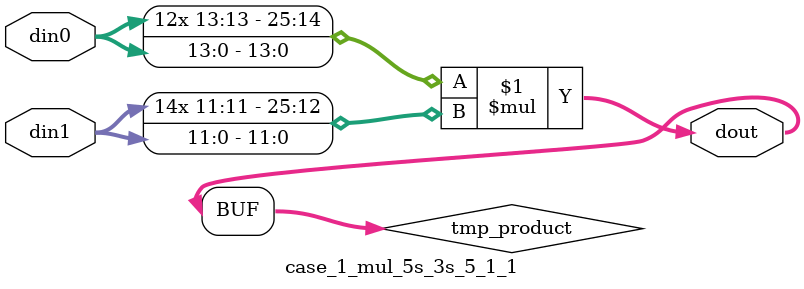
<source format=v>

`timescale 1 ns / 1 ps

 module case_1_mul_5s_3s_5_1_1(din0, din1, dout);
parameter ID = 1;
parameter NUM_STAGE = 0;
parameter din0_WIDTH = 14;
parameter din1_WIDTH = 12;
parameter dout_WIDTH = 26;

input [din0_WIDTH - 1 : 0] din0; 
input [din1_WIDTH - 1 : 0] din1; 
output [dout_WIDTH - 1 : 0] dout;

wire signed [dout_WIDTH - 1 : 0] tmp_product;



























assign tmp_product = $signed(din0) * $signed(din1);








assign dout = tmp_product;





















endmodule

</source>
